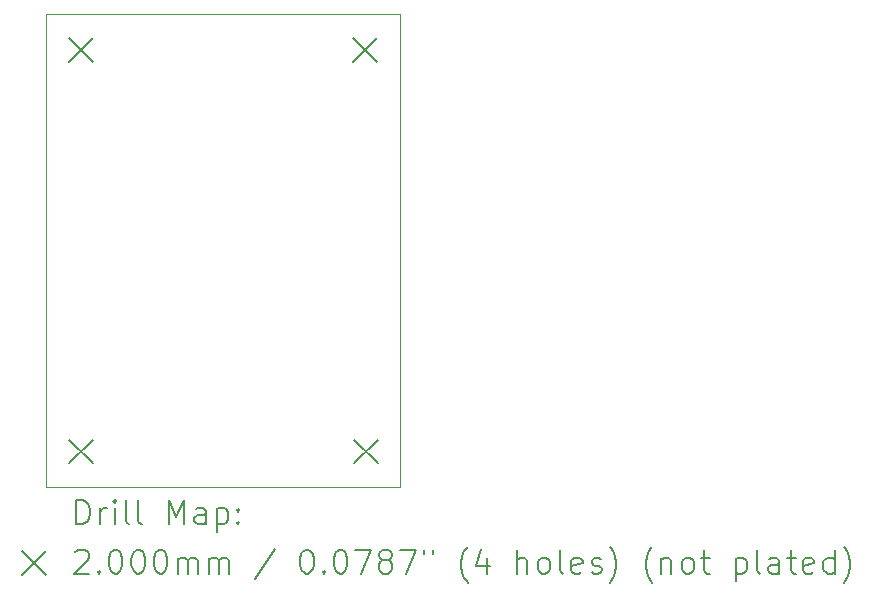
<source format=gbr>
%TF.GenerationSoftware,KiCad,Pcbnew,8.0.5-8.0.5-0~ubuntu20.04.1*%
%TF.CreationDate,2024-10-10T12:20:39-03:00*%
%TF.ProjectId,MicroSD,4d696372-6f53-4442-9e6b-696361645f70,Luis G_mez*%
%TF.SameCoordinates,Original*%
%TF.FileFunction,Drillmap*%
%TF.FilePolarity,Positive*%
%FSLAX45Y45*%
G04 Gerber Fmt 4.5, Leading zero omitted, Abs format (unit mm)*
G04 Created by KiCad (PCBNEW 8.0.5-8.0.5-0~ubuntu20.04.1) date 2024-10-10 12:20:39*
%MOMM*%
%LPD*%
G01*
G04 APERTURE LIST*
%ADD10C,0.050000*%
%ADD11C,0.200000*%
G04 APERTURE END LIST*
D10*
X10000000Y-10000000D02*
X13000000Y-10000000D01*
X13000000Y-14000000D01*
X10000000Y-14000000D01*
X10000000Y-10000000D01*
D11*
X10200000Y-10200000D02*
X10400000Y-10400000D01*
X10400000Y-10200000D02*
X10200000Y-10400000D01*
X10200000Y-13600000D02*
X10400000Y-13800000D01*
X10400000Y-13600000D02*
X10200000Y-13800000D01*
X12603000Y-10202000D02*
X12803000Y-10402000D01*
X12803000Y-10202000D02*
X12603000Y-10402000D01*
X12613000Y-13600000D02*
X12813000Y-13800000D01*
X12813000Y-13600000D02*
X12613000Y-13800000D01*
X10258277Y-14313984D02*
X10258277Y-14113984D01*
X10258277Y-14113984D02*
X10305896Y-14113984D01*
X10305896Y-14113984D02*
X10334467Y-14123508D01*
X10334467Y-14123508D02*
X10353515Y-14142555D01*
X10353515Y-14142555D02*
X10363039Y-14161603D01*
X10363039Y-14161603D02*
X10372563Y-14199698D01*
X10372563Y-14199698D02*
X10372563Y-14228269D01*
X10372563Y-14228269D02*
X10363039Y-14266365D01*
X10363039Y-14266365D02*
X10353515Y-14285412D01*
X10353515Y-14285412D02*
X10334467Y-14304460D01*
X10334467Y-14304460D02*
X10305896Y-14313984D01*
X10305896Y-14313984D02*
X10258277Y-14313984D01*
X10458277Y-14313984D02*
X10458277Y-14180650D01*
X10458277Y-14218746D02*
X10467801Y-14199698D01*
X10467801Y-14199698D02*
X10477324Y-14190174D01*
X10477324Y-14190174D02*
X10496372Y-14180650D01*
X10496372Y-14180650D02*
X10515420Y-14180650D01*
X10582086Y-14313984D02*
X10582086Y-14180650D01*
X10582086Y-14113984D02*
X10572563Y-14123508D01*
X10572563Y-14123508D02*
X10582086Y-14133031D01*
X10582086Y-14133031D02*
X10591610Y-14123508D01*
X10591610Y-14123508D02*
X10582086Y-14113984D01*
X10582086Y-14113984D02*
X10582086Y-14133031D01*
X10705896Y-14313984D02*
X10686848Y-14304460D01*
X10686848Y-14304460D02*
X10677324Y-14285412D01*
X10677324Y-14285412D02*
X10677324Y-14113984D01*
X10810658Y-14313984D02*
X10791610Y-14304460D01*
X10791610Y-14304460D02*
X10782086Y-14285412D01*
X10782086Y-14285412D02*
X10782086Y-14113984D01*
X11039229Y-14313984D02*
X11039229Y-14113984D01*
X11039229Y-14113984D02*
X11105896Y-14256841D01*
X11105896Y-14256841D02*
X11172563Y-14113984D01*
X11172563Y-14113984D02*
X11172563Y-14313984D01*
X11353515Y-14313984D02*
X11353515Y-14209222D01*
X11353515Y-14209222D02*
X11343991Y-14190174D01*
X11343991Y-14190174D02*
X11324943Y-14180650D01*
X11324943Y-14180650D02*
X11286848Y-14180650D01*
X11286848Y-14180650D02*
X11267801Y-14190174D01*
X11353515Y-14304460D02*
X11334467Y-14313984D01*
X11334467Y-14313984D02*
X11286848Y-14313984D01*
X11286848Y-14313984D02*
X11267801Y-14304460D01*
X11267801Y-14304460D02*
X11258277Y-14285412D01*
X11258277Y-14285412D02*
X11258277Y-14266365D01*
X11258277Y-14266365D02*
X11267801Y-14247317D01*
X11267801Y-14247317D02*
X11286848Y-14237793D01*
X11286848Y-14237793D02*
X11334467Y-14237793D01*
X11334467Y-14237793D02*
X11353515Y-14228269D01*
X11448753Y-14180650D02*
X11448753Y-14380650D01*
X11448753Y-14190174D02*
X11467801Y-14180650D01*
X11467801Y-14180650D02*
X11505896Y-14180650D01*
X11505896Y-14180650D02*
X11524943Y-14190174D01*
X11524943Y-14190174D02*
X11534467Y-14199698D01*
X11534467Y-14199698D02*
X11543991Y-14218746D01*
X11543991Y-14218746D02*
X11543991Y-14275888D01*
X11543991Y-14275888D02*
X11534467Y-14294936D01*
X11534467Y-14294936D02*
X11524943Y-14304460D01*
X11524943Y-14304460D02*
X11505896Y-14313984D01*
X11505896Y-14313984D02*
X11467801Y-14313984D01*
X11467801Y-14313984D02*
X11448753Y-14304460D01*
X11629705Y-14294936D02*
X11639229Y-14304460D01*
X11639229Y-14304460D02*
X11629705Y-14313984D01*
X11629705Y-14313984D02*
X11620182Y-14304460D01*
X11620182Y-14304460D02*
X11629705Y-14294936D01*
X11629705Y-14294936D02*
X11629705Y-14313984D01*
X11629705Y-14190174D02*
X11639229Y-14199698D01*
X11639229Y-14199698D02*
X11629705Y-14209222D01*
X11629705Y-14209222D02*
X11620182Y-14199698D01*
X11620182Y-14199698D02*
X11629705Y-14190174D01*
X11629705Y-14190174D02*
X11629705Y-14209222D01*
X9797500Y-14542500D02*
X9997500Y-14742500D01*
X9997500Y-14542500D02*
X9797500Y-14742500D01*
X10248753Y-14553031D02*
X10258277Y-14543508D01*
X10258277Y-14543508D02*
X10277324Y-14533984D01*
X10277324Y-14533984D02*
X10324944Y-14533984D01*
X10324944Y-14533984D02*
X10343991Y-14543508D01*
X10343991Y-14543508D02*
X10353515Y-14553031D01*
X10353515Y-14553031D02*
X10363039Y-14572079D01*
X10363039Y-14572079D02*
X10363039Y-14591127D01*
X10363039Y-14591127D02*
X10353515Y-14619698D01*
X10353515Y-14619698D02*
X10239229Y-14733984D01*
X10239229Y-14733984D02*
X10363039Y-14733984D01*
X10448753Y-14714936D02*
X10458277Y-14724460D01*
X10458277Y-14724460D02*
X10448753Y-14733984D01*
X10448753Y-14733984D02*
X10439229Y-14724460D01*
X10439229Y-14724460D02*
X10448753Y-14714936D01*
X10448753Y-14714936D02*
X10448753Y-14733984D01*
X10582086Y-14533984D02*
X10601134Y-14533984D01*
X10601134Y-14533984D02*
X10620182Y-14543508D01*
X10620182Y-14543508D02*
X10629705Y-14553031D01*
X10629705Y-14553031D02*
X10639229Y-14572079D01*
X10639229Y-14572079D02*
X10648753Y-14610174D01*
X10648753Y-14610174D02*
X10648753Y-14657793D01*
X10648753Y-14657793D02*
X10639229Y-14695888D01*
X10639229Y-14695888D02*
X10629705Y-14714936D01*
X10629705Y-14714936D02*
X10620182Y-14724460D01*
X10620182Y-14724460D02*
X10601134Y-14733984D01*
X10601134Y-14733984D02*
X10582086Y-14733984D01*
X10582086Y-14733984D02*
X10563039Y-14724460D01*
X10563039Y-14724460D02*
X10553515Y-14714936D01*
X10553515Y-14714936D02*
X10543991Y-14695888D01*
X10543991Y-14695888D02*
X10534467Y-14657793D01*
X10534467Y-14657793D02*
X10534467Y-14610174D01*
X10534467Y-14610174D02*
X10543991Y-14572079D01*
X10543991Y-14572079D02*
X10553515Y-14553031D01*
X10553515Y-14553031D02*
X10563039Y-14543508D01*
X10563039Y-14543508D02*
X10582086Y-14533984D01*
X10772563Y-14533984D02*
X10791610Y-14533984D01*
X10791610Y-14533984D02*
X10810658Y-14543508D01*
X10810658Y-14543508D02*
X10820182Y-14553031D01*
X10820182Y-14553031D02*
X10829705Y-14572079D01*
X10829705Y-14572079D02*
X10839229Y-14610174D01*
X10839229Y-14610174D02*
X10839229Y-14657793D01*
X10839229Y-14657793D02*
X10829705Y-14695888D01*
X10829705Y-14695888D02*
X10820182Y-14714936D01*
X10820182Y-14714936D02*
X10810658Y-14724460D01*
X10810658Y-14724460D02*
X10791610Y-14733984D01*
X10791610Y-14733984D02*
X10772563Y-14733984D01*
X10772563Y-14733984D02*
X10753515Y-14724460D01*
X10753515Y-14724460D02*
X10743991Y-14714936D01*
X10743991Y-14714936D02*
X10734467Y-14695888D01*
X10734467Y-14695888D02*
X10724944Y-14657793D01*
X10724944Y-14657793D02*
X10724944Y-14610174D01*
X10724944Y-14610174D02*
X10734467Y-14572079D01*
X10734467Y-14572079D02*
X10743991Y-14553031D01*
X10743991Y-14553031D02*
X10753515Y-14543508D01*
X10753515Y-14543508D02*
X10772563Y-14533984D01*
X10963039Y-14533984D02*
X10982086Y-14533984D01*
X10982086Y-14533984D02*
X11001134Y-14543508D01*
X11001134Y-14543508D02*
X11010658Y-14553031D01*
X11010658Y-14553031D02*
X11020182Y-14572079D01*
X11020182Y-14572079D02*
X11029705Y-14610174D01*
X11029705Y-14610174D02*
X11029705Y-14657793D01*
X11029705Y-14657793D02*
X11020182Y-14695888D01*
X11020182Y-14695888D02*
X11010658Y-14714936D01*
X11010658Y-14714936D02*
X11001134Y-14724460D01*
X11001134Y-14724460D02*
X10982086Y-14733984D01*
X10982086Y-14733984D02*
X10963039Y-14733984D01*
X10963039Y-14733984D02*
X10943991Y-14724460D01*
X10943991Y-14724460D02*
X10934467Y-14714936D01*
X10934467Y-14714936D02*
X10924944Y-14695888D01*
X10924944Y-14695888D02*
X10915420Y-14657793D01*
X10915420Y-14657793D02*
X10915420Y-14610174D01*
X10915420Y-14610174D02*
X10924944Y-14572079D01*
X10924944Y-14572079D02*
X10934467Y-14553031D01*
X10934467Y-14553031D02*
X10943991Y-14543508D01*
X10943991Y-14543508D02*
X10963039Y-14533984D01*
X11115420Y-14733984D02*
X11115420Y-14600650D01*
X11115420Y-14619698D02*
X11124944Y-14610174D01*
X11124944Y-14610174D02*
X11143991Y-14600650D01*
X11143991Y-14600650D02*
X11172563Y-14600650D01*
X11172563Y-14600650D02*
X11191610Y-14610174D01*
X11191610Y-14610174D02*
X11201134Y-14629222D01*
X11201134Y-14629222D02*
X11201134Y-14733984D01*
X11201134Y-14629222D02*
X11210658Y-14610174D01*
X11210658Y-14610174D02*
X11229705Y-14600650D01*
X11229705Y-14600650D02*
X11258277Y-14600650D01*
X11258277Y-14600650D02*
X11277324Y-14610174D01*
X11277324Y-14610174D02*
X11286848Y-14629222D01*
X11286848Y-14629222D02*
X11286848Y-14733984D01*
X11382086Y-14733984D02*
X11382086Y-14600650D01*
X11382086Y-14619698D02*
X11391610Y-14610174D01*
X11391610Y-14610174D02*
X11410658Y-14600650D01*
X11410658Y-14600650D02*
X11439229Y-14600650D01*
X11439229Y-14600650D02*
X11458277Y-14610174D01*
X11458277Y-14610174D02*
X11467801Y-14629222D01*
X11467801Y-14629222D02*
X11467801Y-14733984D01*
X11467801Y-14629222D02*
X11477324Y-14610174D01*
X11477324Y-14610174D02*
X11496372Y-14600650D01*
X11496372Y-14600650D02*
X11524943Y-14600650D01*
X11524943Y-14600650D02*
X11543991Y-14610174D01*
X11543991Y-14610174D02*
X11553515Y-14629222D01*
X11553515Y-14629222D02*
X11553515Y-14733984D01*
X11943991Y-14524460D02*
X11772563Y-14781603D01*
X12201134Y-14533984D02*
X12220182Y-14533984D01*
X12220182Y-14533984D02*
X12239229Y-14543508D01*
X12239229Y-14543508D02*
X12248753Y-14553031D01*
X12248753Y-14553031D02*
X12258277Y-14572079D01*
X12258277Y-14572079D02*
X12267801Y-14610174D01*
X12267801Y-14610174D02*
X12267801Y-14657793D01*
X12267801Y-14657793D02*
X12258277Y-14695888D01*
X12258277Y-14695888D02*
X12248753Y-14714936D01*
X12248753Y-14714936D02*
X12239229Y-14724460D01*
X12239229Y-14724460D02*
X12220182Y-14733984D01*
X12220182Y-14733984D02*
X12201134Y-14733984D01*
X12201134Y-14733984D02*
X12182086Y-14724460D01*
X12182086Y-14724460D02*
X12172563Y-14714936D01*
X12172563Y-14714936D02*
X12163039Y-14695888D01*
X12163039Y-14695888D02*
X12153515Y-14657793D01*
X12153515Y-14657793D02*
X12153515Y-14610174D01*
X12153515Y-14610174D02*
X12163039Y-14572079D01*
X12163039Y-14572079D02*
X12172563Y-14553031D01*
X12172563Y-14553031D02*
X12182086Y-14543508D01*
X12182086Y-14543508D02*
X12201134Y-14533984D01*
X12353515Y-14714936D02*
X12363039Y-14724460D01*
X12363039Y-14724460D02*
X12353515Y-14733984D01*
X12353515Y-14733984D02*
X12343991Y-14724460D01*
X12343991Y-14724460D02*
X12353515Y-14714936D01*
X12353515Y-14714936D02*
X12353515Y-14733984D01*
X12486848Y-14533984D02*
X12505896Y-14533984D01*
X12505896Y-14533984D02*
X12524944Y-14543508D01*
X12524944Y-14543508D02*
X12534467Y-14553031D01*
X12534467Y-14553031D02*
X12543991Y-14572079D01*
X12543991Y-14572079D02*
X12553515Y-14610174D01*
X12553515Y-14610174D02*
X12553515Y-14657793D01*
X12553515Y-14657793D02*
X12543991Y-14695888D01*
X12543991Y-14695888D02*
X12534467Y-14714936D01*
X12534467Y-14714936D02*
X12524944Y-14724460D01*
X12524944Y-14724460D02*
X12505896Y-14733984D01*
X12505896Y-14733984D02*
X12486848Y-14733984D01*
X12486848Y-14733984D02*
X12467801Y-14724460D01*
X12467801Y-14724460D02*
X12458277Y-14714936D01*
X12458277Y-14714936D02*
X12448753Y-14695888D01*
X12448753Y-14695888D02*
X12439229Y-14657793D01*
X12439229Y-14657793D02*
X12439229Y-14610174D01*
X12439229Y-14610174D02*
X12448753Y-14572079D01*
X12448753Y-14572079D02*
X12458277Y-14553031D01*
X12458277Y-14553031D02*
X12467801Y-14543508D01*
X12467801Y-14543508D02*
X12486848Y-14533984D01*
X12620182Y-14533984D02*
X12753515Y-14533984D01*
X12753515Y-14533984D02*
X12667801Y-14733984D01*
X12858277Y-14619698D02*
X12839229Y-14610174D01*
X12839229Y-14610174D02*
X12829706Y-14600650D01*
X12829706Y-14600650D02*
X12820182Y-14581603D01*
X12820182Y-14581603D02*
X12820182Y-14572079D01*
X12820182Y-14572079D02*
X12829706Y-14553031D01*
X12829706Y-14553031D02*
X12839229Y-14543508D01*
X12839229Y-14543508D02*
X12858277Y-14533984D01*
X12858277Y-14533984D02*
X12896372Y-14533984D01*
X12896372Y-14533984D02*
X12915420Y-14543508D01*
X12915420Y-14543508D02*
X12924944Y-14553031D01*
X12924944Y-14553031D02*
X12934467Y-14572079D01*
X12934467Y-14572079D02*
X12934467Y-14581603D01*
X12934467Y-14581603D02*
X12924944Y-14600650D01*
X12924944Y-14600650D02*
X12915420Y-14610174D01*
X12915420Y-14610174D02*
X12896372Y-14619698D01*
X12896372Y-14619698D02*
X12858277Y-14619698D01*
X12858277Y-14619698D02*
X12839229Y-14629222D01*
X12839229Y-14629222D02*
X12829706Y-14638746D01*
X12829706Y-14638746D02*
X12820182Y-14657793D01*
X12820182Y-14657793D02*
X12820182Y-14695888D01*
X12820182Y-14695888D02*
X12829706Y-14714936D01*
X12829706Y-14714936D02*
X12839229Y-14724460D01*
X12839229Y-14724460D02*
X12858277Y-14733984D01*
X12858277Y-14733984D02*
X12896372Y-14733984D01*
X12896372Y-14733984D02*
X12915420Y-14724460D01*
X12915420Y-14724460D02*
X12924944Y-14714936D01*
X12924944Y-14714936D02*
X12934467Y-14695888D01*
X12934467Y-14695888D02*
X12934467Y-14657793D01*
X12934467Y-14657793D02*
X12924944Y-14638746D01*
X12924944Y-14638746D02*
X12915420Y-14629222D01*
X12915420Y-14629222D02*
X12896372Y-14619698D01*
X13001134Y-14533984D02*
X13134467Y-14533984D01*
X13134467Y-14533984D02*
X13048753Y-14733984D01*
X13201134Y-14533984D02*
X13201134Y-14572079D01*
X13277325Y-14533984D02*
X13277325Y-14572079D01*
X13572563Y-14810174D02*
X13563039Y-14800650D01*
X13563039Y-14800650D02*
X13543991Y-14772079D01*
X13543991Y-14772079D02*
X13534468Y-14753031D01*
X13534468Y-14753031D02*
X13524944Y-14724460D01*
X13524944Y-14724460D02*
X13515420Y-14676841D01*
X13515420Y-14676841D02*
X13515420Y-14638746D01*
X13515420Y-14638746D02*
X13524944Y-14591127D01*
X13524944Y-14591127D02*
X13534468Y-14562555D01*
X13534468Y-14562555D02*
X13543991Y-14543508D01*
X13543991Y-14543508D02*
X13563039Y-14514936D01*
X13563039Y-14514936D02*
X13572563Y-14505412D01*
X13734468Y-14600650D02*
X13734468Y-14733984D01*
X13686848Y-14524460D02*
X13639229Y-14667317D01*
X13639229Y-14667317D02*
X13763039Y-14667317D01*
X13991610Y-14733984D02*
X13991610Y-14533984D01*
X14077325Y-14733984D02*
X14077325Y-14629222D01*
X14077325Y-14629222D02*
X14067801Y-14610174D01*
X14067801Y-14610174D02*
X14048753Y-14600650D01*
X14048753Y-14600650D02*
X14020182Y-14600650D01*
X14020182Y-14600650D02*
X14001134Y-14610174D01*
X14001134Y-14610174D02*
X13991610Y-14619698D01*
X14201134Y-14733984D02*
X14182087Y-14724460D01*
X14182087Y-14724460D02*
X14172563Y-14714936D01*
X14172563Y-14714936D02*
X14163039Y-14695888D01*
X14163039Y-14695888D02*
X14163039Y-14638746D01*
X14163039Y-14638746D02*
X14172563Y-14619698D01*
X14172563Y-14619698D02*
X14182087Y-14610174D01*
X14182087Y-14610174D02*
X14201134Y-14600650D01*
X14201134Y-14600650D02*
X14229706Y-14600650D01*
X14229706Y-14600650D02*
X14248753Y-14610174D01*
X14248753Y-14610174D02*
X14258277Y-14619698D01*
X14258277Y-14619698D02*
X14267801Y-14638746D01*
X14267801Y-14638746D02*
X14267801Y-14695888D01*
X14267801Y-14695888D02*
X14258277Y-14714936D01*
X14258277Y-14714936D02*
X14248753Y-14724460D01*
X14248753Y-14724460D02*
X14229706Y-14733984D01*
X14229706Y-14733984D02*
X14201134Y-14733984D01*
X14382087Y-14733984D02*
X14363039Y-14724460D01*
X14363039Y-14724460D02*
X14353515Y-14705412D01*
X14353515Y-14705412D02*
X14353515Y-14533984D01*
X14534468Y-14724460D02*
X14515420Y-14733984D01*
X14515420Y-14733984D02*
X14477325Y-14733984D01*
X14477325Y-14733984D02*
X14458277Y-14724460D01*
X14458277Y-14724460D02*
X14448753Y-14705412D01*
X14448753Y-14705412D02*
X14448753Y-14629222D01*
X14448753Y-14629222D02*
X14458277Y-14610174D01*
X14458277Y-14610174D02*
X14477325Y-14600650D01*
X14477325Y-14600650D02*
X14515420Y-14600650D01*
X14515420Y-14600650D02*
X14534468Y-14610174D01*
X14534468Y-14610174D02*
X14543991Y-14629222D01*
X14543991Y-14629222D02*
X14543991Y-14648269D01*
X14543991Y-14648269D02*
X14448753Y-14667317D01*
X14620182Y-14724460D02*
X14639230Y-14733984D01*
X14639230Y-14733984D02*
X14677325Y-14733984D01*
X14677325Y-14733984D02*
X14696372Y-14724460D01*
X14696372Y-14724460D02*
X14705896Y-14705412D01*
X14705896Y-14705412D02*
X14705896Y-14695888D01*
X14705896Y-14695888D02*
X14696372Y-14676841D01*
X14696372Y-14676841D02*
X14677325Y-14667317D01*
X14677325Y-14667317D02*
X14648753Y-14667317D01*
X14648753Y-14667317D02*
X14629706Y-14657793D01*
X14629706Y-14657793D02*
X14620182Y-14638746D01*
X14620182Y-14638746D02*
X14620182Y-14629222D01*
X14620182Y-14629222D02*
X14629706Y-14610174D01*
X14629706Y-14610174D02*
X14648753Y-14600650D01*
X14648753Y-14600650D02*
X14677325Y-14600650D01*
X14677325Y-14600650D02*
X14696372Y-14610174D01*
X14772563Y-14810174D02*
X14782087Y-14800650D01*
X14782087Y-14800650D02*
X14801134Y-14772079D01*
X14801134Y-14772079D02*
X14810658Y-14753031D01*
X14810658Y-14753031D02*
X14820182Y-14724460D01*
X14820182Y-14724460D02*
X14829706Y-14676841D01*
X14829706Y-14676841D02*
X14829706Y-14638746D01*
X14829706Y-14638746D02*
X14820182Y-14591127D01*
X14820182Y-14591127D02*
X14810658Y-14562555D01*
X14810658Y-14562555D02*
X14801134Y-14543508D01*
X14801134Y-14543508D02*
X14782087Y-14514936D01*
X14782087Y-14514936D02*
X14772563Y-14505412D01*
X15134468Y-14810174D02*
X15124944Y-14800650D01*
X15124944Y-14800650D02*
X15105896Y-14772079D01*
X15105896Y-14772079D02*
X15096372Y-14753031D01*
X15096372Y-14753031D02*
X15086849Y-14724460D01*
X15086849Y-14724460D02*
X15077325Y-14676841D01*
X15077325Y-14676841D02*
X15077325Y-14638746D01*
X15077325Y-14638746D02*
X15086849Y-14591127D01*
X15086849Y-14591127D02*
X15096372Y-14562555D01*
X15096372Y-14562555D02*
X15105896Y-14543508D01*
X15105896Y-14543508D02*
X15124944Y-14514936D01*
X15124944Y-14514936D02*
X15134468Y-14505412D01*
X15210658Y-14600650D02*
X15210658Y-14733984D01*
X15210658Y-14619698D02*
X15220182Y-14610174D01*
X15220182Y-14610174D02*
X15239230Y-14600650D01*
X15239230Y-14600650D02*
X15267801Y-14600650D01*
X15267801Y-14600650D02*
X15286849Y-14610174D01*
X15286849Y-14610174D02*
X15296372Y-14629222D01*
X15296372Y-14629222D02*
X15296372Y-14733984D01*
X15420182Y-14733984D02*
X15401134Y-14724460D01*
X15401134Y-14724460D02*
X15391611Y-14714936D01*
X15391611Y-14714936D02*
X15382087Y-14695888D01*
X15382087Y-14695888D02*
X15382087Y-14638746D01*
X15382087Y-14638746D02*
X15391611Y-14619698D01*
X15391611Y-14619698D02*
X15401134Y-14610174D01*
X15401134Y-14610174D02*
X15420182Y-14600650D01*
X15420182Y-14600650D02*
X15448753Y-14600650D01*
X15448753Y-14600650D02*
X15467801Y-14610174D01*
X15467801Y-14610174D02*
X15477325Y-14619698D01*
X15477325Y-14619698D02*
X15486849Y-14638746D01*
X15486849Y-14638746D02*
X15486849Y-14695888D01*
X15486849Y-14695888D02*
X15477325Y-14714936D01*
X15477325Y-14714936D02*
X15467801Y-14724460D01*
X15467801Y-14724460D02*
X15448753Y-14733984D01*
X15448753Y-14733984D02*
X15420182Y-14733984D01*
X15543992Y-14600650D02*
X15620182Y-14600650D01*
X15572563Y-14533984D02*
X15572563Y-14705412D01*
X15572563Y-14705412D02*
X15582087Y-14724460D01*
X15582087Y-14724460D02*
X15601134Y-14733984D01*
X15601134Y-14733984D02*
X15620182Y-14733984D01*
X15839230Y-14600650D02*
X15839230Y-14800650D01*
X15839230Y-14610174D02*
X15858277Y-14600650D01*
X15858277Y-14600650D02*
X15896373Y-14600650D01*
X15896373Y-14600650D02*
X15915420Y-14610174D01*
X15915420Y-14610174D02*
X15924944Y-14619698D01*
X15924944Y-14619698D02*
X15934468Y-14638746D01*
X15934468Y-14638746D02*
X15934468Y-14695888D01*
X15934468Y-14695888D02*
X15924944Y-14714936D01*
X15924944Y-14714936D02*
X15915420Y-14724460D01*
X15915420Y-14724460D02*
X15896373Y-14733984D01*
X15896373Y-14733984D02*
X15858277Y-14733984D01*
X15858277Y-14733984D02*
X15839230Y-14724460D01*
X16048753Y-14733984D02*
X16029706Y-14724460D01*
X16029706Y-14724460D02*
X16020182Y-14705412D01*
X16020182Y-14705412D02*
X16020182Y-14533984D01*
X16210658Y-14733984D02*
X16210658Y-14629222D01*
X16210658Y-14629222D02*
X16201134Y-14610174D01*
X16201134Y-14610174D02*
X16182087Y-14600650D01*
X16182087Y-14600650D02*
X16143992Y-14600650D01*
X16143992Y-14600650D02*
X16124944Y-14610174D01*
X16210658Y-14724460D02*
X16191611Y-14733984D01*
X16191611Y-14733984D02*
X16143992Y-14733984D01*
X16143992Y-14733984D02*
X16124944Y-14724460D01*
X16124944Y-14724460D02*
X16115420Y-14705412D01*
X16115420Y-14705412D02*
X16115420Y-14686365D01*
X16115420Y-14686365D02*
X16124944Y-14667317D01*
X16124944Y-14667317D02*
X16143992Y-14657793D01*
X16143992Y-14657793D02*
X16191611Y-14657793D01*
X16191611Y-14657793D02*
X16210658Y-14648269D01*
X16277325Y-14600650D02*
X16353515Y-14600650D01*
X16305896Y-14533984D02*
X16305896Y-14705412D01*
X16305896Y-14705412D02*
X16315420Y-14724460D01*
X16315420Y-14724460D02*
X16334468Y-14733984D01*
X16334468Y-14733984D02*
X16353515Y-14733984D01*
X16496373Y-14724460D02*
X16477325Y-14733984D01*
X16477325Y-14733984D02*
X16439230Y-14733984D01*
X16439230Y-14733984D02*
X16420182Y-14724460D01*
X16420182Y-14724460D02*
X16410658Y-14705412D01*
X16410658Y-14705412D02*
X16410658Y-14629222D01*
X16410658Y-14629222D02*
X16420182Y-14610174D01*
X16420182Y-14610174D02*
X16439230Y-14600650D01*
X16439230Y-14600650D02*
X16477325Y-14600650D01*
X16477325Y-14600650D02*
X16496373Y-14610174D01*
X16496373Y-14610174D02*
X16505896Y-14629222D01*
X16505896Y-14629222D02*
X16505896Y-14648269D01*
X16505896Y-14648269D02*
X16410658Y-14667317D01*
X16677325Y-14733984D02*
X16677325Y-14533984D01*
X16677325Y-14724460D02*
X16658277Y-14733984D01*
X16658277Y-14733984D02*
X16620182Y-14733984D01*
X16620182Y-14733984D02*
X16601134Y-14724460D01*
X16601134Y-14724460D02*
X16591611Y-14714936D01*
X16591611Y-14714936D02*
X16582087Y-14695888D01*
X16582087Y-14695888D02*
X16582087Y-14638746D01*
X16582087Y-14638746D02*
X16591611Y-14619698D01*
X16591611Y-14619698D02*
X16601134Y-14610174D01*
X16601134Y-14610174D02*
X16620182Y-14600650D01*
X16620182Y-14600650D02*
X16658277Y-14600650D01*
X16658277Y-14600650D02*
X16677325Y-14610174D01*
X16753515Y-14810174D02*
X16763039Y-14800650D01*
X16763039Y-14800650D02*
X16782087Y-14772079D01*
X16782087Y-14772079D02*
X16791611Y-14753031D01*
X16791611Y-14753031D02*
X16801135Y-14724460D01*
X16801135Y-14724460D02*
X16810658Y-14676841D01*
X16810658Y-14676841D02*
X16810658Y-14638746D01*
X16810658Y-14638746D02*
X16801135Y-14591127D01*
X16801135Y-14591127D02*
X16791611Y-14562555D01*
X16791611Y-14562555D02*
X16782087Y-14543508D01*
X16782087Y-14543508D02*
X16763039Y-14514936D01*
X16763039Y-14514936D02*
X16753515Y-14505412D01*
M02*

</source>
